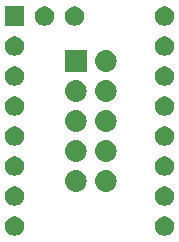
<source format=gts>
G04 #@! TF.GenerationSoftware,KiCad,Pcbnew,5.0.2+dfsg1-1*
G04 #@! TF.CreationDate,2021-08-07T23:43:54+09:00*
G04 #@! TF.ProjectId,tmc-hv-adapter,746d632d-6876-42d6-9164-61707465722e,rev?*
G04 #@! TF.SameCoordinates,Original*
G04 #@! TF.FileFunction,Soldermask,Top*
G04 #@! TF.FilePolarity,Negative*
%FSLAX46Y46*%
G04 Gerber Fmt 4.6, Leading zero omitted, Abs format (unit mm)*
G04 Created by KiCad (PCBNEW 5.0.2+dfsg1-1) date Sat 07 Aug 2021 11:43:54 PM JST*
%MOMM*%
%LPD*%
G01*
G04 APERTURE LIST*
%ADD10C,0.100000*%
G04 APERTURE END LIST*
D10*
G36*
X159892143Y-85578242D02*
X160040103Y-85639530D01*
X160173259Y-85728502D01*
X160286499Y-85841742D01*
X160375471Y-85974898D01*
X160436759Y-86122858D01*
X160468001Y-86279925D01*
X160468001Y-86440075D01*
X160436759Y-86597142D01*
X160375471Y-86745102D01*
X160286499Y-86878258D01*
X160173259Y-86991498D01*
X160040103Y-87080470D01*
X159892143Y-87141758D01*
X159735076Y-87173000D01*
X159574926Y-87173000D01*
X159417859Y-87141758D01*
X159269899Y-87080470D01*
X159136743Y-86991498D01*
X159023503Y-86878258D01*
X158934531Y-86745102D01*
X158873243Y-86597142D01*
X158842001Y-86440075D01*
X158842001Y-86279925D01*
X158873243Y-86122858D01*
X158934531Y-85974898D01*
X159023503Y-85841742D01*
X159136743Y-85728502D01*
X159269899Y-85639530D01*
X159417859Y-85578242D01*
X159574926Y-85547000D01*
X159735076Y-85547000D01*
X159892143Y-85578242D01*
X159892143Y-85578242D01*
G37*
G36*
X147192143Y-85578242D02*
X147340103Y-85639530D01*
X147473259Y-85728502D01*
X147586499Y-85841742D01*
X147675471Y-85974898D01*
X147736759Y-86122858D01*
X147768001Y-86279925D01*
X147768001Y-86440075D01*
X147736759Y-86597142D01*
X147675471Y-86745102D01*
X147586499Y-86878258D01*
X147473259Y-86991498D01*
X147340103Y-87080470D01*
X147192143Y-87141758D01*
X147035076Y-87173000D01*
X146874926Y-87173000D01*
X146717859Y-87141758D01*
X146569899Y-87080470D01*
X146436743Y-86991498D01*
X146323503Y-86878258D01*
X146234531Y-86745102D01*
X146173243Y-86597142D01*
X146142001Y-86440075D01*
X146142001Y-86279925D01*
X146173243Y-86122858D01*
X146234531Y-85974898D01*
X146323503Y-85841742D01*
X146436743Y-85728502D01*
X146569899Y-85639530D01*
X146717859Y-85578242D01*
X146874926Y-85547000D01*
X147035076Y-85547000D01*
X147192143Y-85578242D01*
X147192143Y-85578242D01*
G37*
G36*
X159892143Y-83038242D02*
X160040103Y-83099530D01*
X160173259Y-83188502D01*
X160286499Y-83301742D01*
X160375471Y-83434898D01*
X160436759Y-83582858D01*
X160468001Y-83739925D01*
X160468001Y-83900075D01*
X160436759Y-84057142D01*
X160375471Y-84205102D01*
X160286499Y-84338258D01*
X160173259Y-84451498D01*
X160040103Y-84540470D01*
X159892143Y-84601758D01*
X159735076Y-84633000D01*
X159574926Y-84633000D01*
X159417859Y-84601758D01*
X159269899Y-84540470D01*
X159136743Y-84451498D01*
X159023503Y-84338258D01*
X158934531Y-84205102D01*
X158873243Y-84057142D01*
X158842001Y-83900075D01*
X158842001Y-83739925D01*
X158873243Y-83582858D01*
X158934531Y-83434898D01*
X159023503Y-83301742D01*
X159136743Y-83188502D01*
X159269899Y-83099530D01*
X159417859Y-83038242D01*
X159574926Y-83007000D01*
X159735076Y-83007000D01*
X159892143Y-83038242D01*
X159892143Y-83038242D01*
G37*
G36*
X147192143Y-83038242D02*
X147340103Y-83099530D01*
X147473259Y-83188502D01*
X147586499Y-83301742D01*
X147675471Y-83434898D01*
X147736759Y-83582858D01*
X147768001Y-83739925D01*
X147768001Y-83900075D01*
X147736759Y-84057142D01*
X147675471Y-84205102D01*
X147586499Y-84338258D01*
X147473259Y-84451498D01*
X147340103Y-84540470D01*
X147192143Y-84601758D01*
X147035076Y-84633000D01*
X146874926Y-84633000D01*
X146717859Y-84601758D01*
X146569899Y-84540470D01*
X146436743Y-84451498D01*
X146323503Y-84338258D01*
X146234531Y-84205102D01*
X146173243Y-84057142D01*
X146142001Y-83900075D01*
X146142001Y-83739925D01*
X146173243Y-83582858D01*
X146234531Y-83434898D01*
X146323503Y-83301742D01*
X146436743Y-83188502D01*
X146569899Y-83099530D01*
X146717859Y-83038242D01*
X146874926Y-83007000D01*
X147035076Y-83007000D01*
X147192143Y-83038242D01*
X147192143Y-83038242D01*
G37*
G36*
X152325294Y-81648633D02*
X152497694Y-81700931D01*
X152497696Y-81700932D01*
X152656583Y-81785859D01*
X152795849Y-81900151D01*
X152910141Y-82039417D01*
X152995068Y-82198304D01*
X152995069Y-82198306D01*
X153047367Y-82370706D01*
X153065025Y-82550000D01*
X153047367Y-82729294D01*
X152995069Y-82901694D01*
X152995068Y-82901696D01*
X152910141Y-83060583D01*
X152795849Y-83199849D01*
X152656583Y-83314141D01*
X152497696Y-83399068D01*
X152497694Y-83399069D01*
X152325294Y-83451367D01*
X152190931Y-83464600D01*
X152101069Y-83464600D01*
X151966706Y-83451367D01*
X151794306Y-83399069D01*
X151794304Y-83399068D01*
X151635417Y-83314141D01*
X151496151Y-83199849D01*
X151381859Y-83060583D01*
X151296932Y-82901696D01*
X151296931Y-82901694D01*
X151244633Y-82729294D01*
X151226975Y-82550000D01*
X151244633Y-82370706D01*
X151296931Y-82198306D01*
X151296932Y-82198304D01*
X151381859Y-82039417D01*
X151496151Y-81900151D01*
X151635417Y-81785859D01*
X151794304Y-81700932D01*
X151794306Y-81700931D01*
X151966706Y-81648633D01*
X152101069Y-81635400D01*
X152190931Y-81635400D01*
X152325294Y-81648633D01*
X152325294Y-81648633D01*
G37*
G36*
X154865294Y-81648633D02*
X155037694Y-81700931D01*
X155037696Y-81700932D01*
X155196583Y-81785859D01*
X155335849Y-81900151D01*
X155450141Y-82039417D01*
X155535068Y-82198304D01*
X155535069Y-82198306D01*
X155587367Y-82370706D01*
X155605025Y-82550000D01*
X155587367Y-82729294D01*
X155535069Y-82901694D01*
X155535068Y-82901696D01*
X155450141Y-83060583D01*
X155335849Y-83199849D01*
X155196583Y-83314141D01*
X155037696Y-83399068D01*
X155037694Y-83399069D01*
X154865294Y-83451367D01*
X154730931Y-83464600D01*
X154641069Y-83464600D01*
X154506706Y-83451367D01*
X154334306Y-83399069D01*
X154334304Y-83399068D01*
X154175417Y-83314141D01*
X154036151Y-83199849D01*
X153921859Y-83060583D01*
X153836932Y-82901696D01*
X153836931Y-82901694D01*
X153784633Y-82729294D01*
X153766975Y-82550000D01*
X153784633Y-82370706D01*
X153836931Y-82198306D01*
X153836932Y-82198304D01*
X153921859Y-82039417D01*
X154036151Y-81900151D01*
X154175417Y-81785859D01*
X154334304Y-81700932D01*
X154334306Y-81700931D01*
X154506706Y-81648633D01*
X154641069Y-81635400D01*
X154730931Y-81635400D01*
X154865294Y-81648633D01*
X154865294Y-81648633D01*
G37*
G36*
X147192143Y-80498242D02*
X147340103Y-80559530D01*
X147473259Y-80648502D01*
X147586499Y-80761742D01*
X147675471Y-80894898D01*
X147736759Y-81042858D01*
X147768001Y-81199925D01*
X147768001Y-81360075D01*
X147736759Y-81517142D01*
X147675471Y-81665102D01*
X147586499Y-81798258D01*
X147473259Y-81911498D01*
X147340103Y-82000470D01*
X147192143Y-82061758D01*
X147035076Y-82093000D01*
X146874926Y-82093000D01*
X146717859Y-82061758D01*
X146569899Y-82000470D01*
X146436743Y-81911498D01*
X146323503Y-81798258D01*
X146234531Y-81665102D01*
X146173243Y-81517142D01*
X146142001Y-81360075D01*
X146142001Y-81199925D01*
X146173243Y-81042858D01*
X146234531Y-80894898D01*
X146323503Y-80761742D01*
X146436743Y-80648502D01*
X146569899Y-80559530D01*
X146717859Y-80498242D01*
X146874926Y-80467000D01*
X147035076Y-80467000D01*
X147192143Y-80498242D01*
X147192143Y-80498242D01*
G37*
G36*
X159892143Y-80498242D02*
X160040103Y-80559530D01*
X160173259Y-80648502D01*
X160286499Y-80761742D01*
X160375471Y-80894898D01*
X160436759Y-81042858D01*
X160468001Y-81199925D01*
X160468001Y-81360075D01*
X160436759Y-81517142D01*
X160375471Y-81665102D01*
X160286499Y-81798258D01*
X160173259Y-81911498D01*
X160040103Y-82000470D01*
X159892143Y-82061758D01*
X159735076Y-82093000D01*
X159574926Y-82093000D01*
X159417859Y-82061758D01*
X159269899Y-82000470D01*
X159136743Y-81911498D01*
X159023503Y-81798258D01*
X158934531Y-81665102D01*
X158873243Y-81517142D01*
X158842001Y-81360075D01*
X158842001Y-81199925D01*
X158873243Y-81042858D01*
X158934531Y-80894898D01*
X159023503Y-80761742D01*
X159136743Y-80648502D01*
X159269899Y-80559530D01*
X159417859Y-80498242D01*
X159574926Y-80467000D01*
X159735076Y-80467000D01*
X159892143Y-80498242D01*
X159892143Y-80498242D01*
G37*
G36*
X154865294Y-79108633D02*
X155037694Y-79160931D01*
X155037696Y-79160932D01*
X155196583Y-79245859D01*
X155335849Y-79360151D01*
X155450141Y-79499417D01*
X155535068Y-79658304D01*
X155535069Y-79658306D01*
X155587367Y-79830706D01*
X155605025Y-80010000D01*
X155587367Y-80189294D01*
X155535069Y-80361694D01*
X155535068Y-80361696D01*
X155450141Y-80520583D01*
X155335849Y-80659849D01*
X155196583Y-80774141D01*
X155037696Y-80859068D01*
X155037694Y-80859069D01*
X154865294Y-80911367D01*
X154730931Y-80924600D01*
X154641069Y-80924600D01*
X154506706Y-80911367D01*
X154334306Y-80859069D01*
X154334304Y-80859068D01*
X154175417Y-80774141D01*
X154036151Y-80659849D01*
X153921859Y-80520583D01*
X153836932Y-80361696D01*
X153836931Y-80361694D01*
X153784633Y-80189294D01*
X153766975Y-80010000D01*
X153784633Y-79830706D01*
X153836931Y-79658306D01*
X153836932Y-79658304D01*
X153921859Y-79499417D01*
X154036151Y-79360151D01*
X154175417Y-79245859D01*
X154334304Y-79160932D01*
X154334306Y-79160931D01*
X154506706Y-79108633D01*
X154641069Y-79095400D01*
X154730931Y-79095400D01*
X154865294Y-79108633D01*
X154865294Y-79108633D01*
G37*
G36*
X152325294Y-79108633D02*
X152497694Y-79160931D01*
X152497696Y-79160932D01*
X152656583Y-79245859D01*
X152795849Y-79360151D01*
X152910141Y-79499417D01*
X152995068Y-79658304D01*
X152995069Y-79658306D01*
X153047367Y-79830706D01*
X153065025Y-80010000D01*
X153047367Y-80189294D01*
X152995069Y-80361694D01*
X152995068Y-80361696D01*
X152910141Y-80520583D01*
X152795849Y-80659849D01*
X152656583Y-80774141D01*
X152497696Y-80859068D01*
X152497694Y-80859069D01*
X152325294Y-80911367D01*
X152190931Y-80924600D01*
X152101069Y-80924600D01*
X151966706Y-80911367D01*
X151794306Y-80859069D01*
X151794304Y-80859068D01*
X151635417Y-80774141D01*
X151496151Y-80659849D01*
X151381859Y-80520583D01*
X151296932Y-80361696D01*
X151296931Y-80361694D01*
X151244633Y-80189294D01*
X151226975Y-80010000D01*
X151244633Y-79830706D01*
X151296931Y-79658306D01*
X151296932Y-79658304D01*
X151381859Y-79499417D01*
X151496151Y-79360151D01*
X151635417Y-79245859D01*
X151794304Y-79160932D01*
X151794306Y-79160931D01*
X151966706Y-79108633D01*
X152101069Y-79095400D01*
X152190931Y-79095400D01*
X152325294Y-79108633D01*
X152325294Y-79108633D01*
G37*
G36*
X147192143Y-77958242D02*
X147340103Y-78019530D01*
X147473259Y-78108502D01*
X147586499Y-78221742D01*
X147675471Y-78354898D01*
X147736759Y-78502858D01*
X147768001Y-78659925D01*
X147768001Y-78820075D01*
X147736759Y-78977142D01*
X147675471Y-79125102D01*
X147586499Y-79258258D01*
X147473259Y-79371498D01*
X147340103Y-79460470D01*
X147192143Y-79521758D01*
X147035076Y-79553000D01*
X146874926Y-79553000D01*
X146717859Y-79521758D01*
X146569899Y-79460470D01*
X146436743Y-79371498D01*
X146323503Y-79258258D01*
X146234531Y-79125102D01*
X146173243Y-78977142D01*
X146142001Y-78820075D01*
X146142001Y-78659925D01*
X146173243Y-78502858D01*
X146234531Y-78354898D01*
X146323503Y-78221742D01*
X146436743Y-78108502D01*
X146569899Y-78019530D01*
X146717859Y-77958242D01*
X146874926Y-77927000D01*
X147035076Y-77927000D01*
X147192143Y-77958242D01*
X147192143Y-77958242D01*
G37*
G36*
X159892143Y-77958242D02*
X160040103Y-78019530D01*
X160173259Y-78108502D01*
X160286499Y-78221742D01*
X160375471Y-78354898D01*
X160436759Y-78502858D01*
X160468001Y-78659925D01*
X160468001Y-78820075D01*
X160436759Y-78977142D01*
X160375471Y-79125102D01*
X160286499Y-79258258D01*
X160173259Y-79371498D01*
X160040103Y-79460470D01*
X159892143Y-79521758D01*
X159735076Y-79553000D01*
X159574926Y-79553000D01*
X159417859Y-79521758D01*
X159269899Y-79460470D01*
X159136743Y-79371498D01*
X159023503Y-79258258D01*
X158934531Y-79125102D01*
X158873243Y-78977142D01*
X158842001Y-78820075D01*
X158842001Y-78659925D01*
X158873243Y-78502858D01*
X158934531Y-78354898D01*
X159023503Y-78221742D01*
X159136743Y-78108502D01*
X159269899Y-78019530D01*
X159417859Y-77958242D01*
X159574926Y-77927000D01*
X159735076Y-77927000D01*
X159892143Y-77958242D01*
X159892143Y-77958242D01*
G37*
G36*
X152325294Y-76568633D02*
X152497694Y-76620931D01*
X152497696Y-76620932D01*
X152656583Y-76705859D01*
X152795849Y-76820151D01*
X152910141Y-76959417D01*
X152995068Y-77118304D01*
X152995069Y-77118306D01*
X153047367Y-77290706D01*
X153065025Y-77470000D01*
X153047367Y-77649294D01*
X152995069Y-77821694D01*
X152995068Y-77821696D01*
X152910141Y-77980583D01*
X152795849Y-78119849D01*
X152656583Y-78234141D01*
X152497696Y-78319068D01*
X152497694Y-78319069D01*
X152325294Y-78371367D01*
X152190931Y-78384600D01*
X152101069Y-78384600D01*
X151966706Y-78371367D01*
X151794306Y-78319069D01*
X151794304Y-78319068D01*
X151635417Y-78234141D01*
X151496151Y-78119849D01*
X151381859Y-77980583D01*
X151296932Y-77821696D01*
X151296931Y-77821694D01*
X151244633Y-77649294D01*
X151226975Y-77470000D01*
X151244633Y-77290706D01*
X151296931Y-77118306D01*
X151296932Y-77118304D01*
X151381859Y-76959417D01*
X151496151Y-76820151D01*
X151635417Y-76705859D01*
X151794304Y-76620932D01*
X151794306Y-76620931D01*
X151966706Y-76568633D01*
X152101069Y-76555400D01*
X152190931Y-76555400D01*
X152325294Y-76568633D01*
X152325294Y-76568633D01*
G37*
G36*
X154865294Y-76568633D02*
X155037694Y-76620931D01*
X155037696Y-76620932D01*
X155196583Y-76705859D01*
X155335849Y-76820151D01*
X155450141Y-76959417D01*
X155535068Y-77118304D01*
X155535069Y-77118306D01*
X155587367Y-77290706D01*
X155605025Y-77470000D01*
X155587367Y-77649294D01*
X155535069Y-77821694D01*
X155535068Y-77821696D01*
X155450141Y-77980583D01*
X155335849Y-78119849D01*
X155196583Y-78234141D01*
X155037696Y-78319068D01*
X155037694Y-78319069D01*
X154865294Y-78371367D01*
X154730931Y-78384600D01*
X154641069Y-78384600D01*
X154506706Y-78371367D01*
X154334306Y-78319069D01*
X154334304Y-78319068D01*
X154175417Y-78234141D01*
X154036151Y-78119849D01*
X153921859Y-77980583D01*
X153836932Y-77821696D01*
X153836931Y-77821694D01*
X153784633Y-77649294D01*
X153766975Y-77470000D01*
X153784633Y-77290706D01*
X153836931Y-77118306D01*
X153836932Y-77118304D01*
X153921859Y-76959417D01*
X154036151Y-76820151D01*
X154175417Y-76705859D01*
X154334304Y-76620932D01*
X154334306Y-76620931D01*
X154506706Y-76568633D01*
X154641069Y-76555400D01*
X154730931Y-76555400D01*
X154865294Y-76568633D01*
X154865294Y-76568633D01*
G37*
G36*
X159892143Y-75418242D02*
X160040103Y-75479530D01*
X160173259Y-75568502D01*
X160286499Y-75681742D01*
X160375471Y-75814898D01*
X160436759Y-75962858D01*
X160468001Y-76119925D01*
X160468001Y-76280075D01*
X160436759Y-76437142D01*
X160375471Y-76585102D01*
X160286499Y-76718258D01*
X160173259Y-76831498D01*
X160040103Y-76920470D01*
X159892143Y-76981758D01*
X159735076Y-77013000D01*
X159574926Y-77013000D01*
X159417859Y-76981758D01*
X159269899Y-76920470D01*
X159136743Y-76831498D01*
X159023503Y-76718258D01*
X158934531Y-76585102D01*
X158873243Y-76437142D01*
X158842001Y-76280075D01*
X158842001Y-76119925D01*
X158873243Y-75962858D01*
X158934531Y-75814898D01*
X159023503Y-75681742D01*
X159136743Y-75568502D01*
X159269899Y-75479530D01*
X159417859Y-75418242D01*
X159574926Y-75387000D01*
X159735076Y-75387000D01*
X159892143Y-75418242D01*
X159892143Y-75418242D01*
G37*
G36*
X147192143Y-75418242D02*
X147340103Y-75479530D01*
X147473259Y-75568502D01*
X147586499Y-75681742D01*
X147675471Y-75814898D01*
X147736759Y-75962858D01*
X147768001Y-76119925D01*
X147768001Y-76280075D01*
X147736759Y-76437142D01*
X147675471Y-76585102D01*
X147586499Y-76718258D01*
X147473259Y-76831498D01*
X147340103Y-76920470D01*
X147192143Y-76981758D01*
X147035076Y-77013000D01*
X146874926Y-77013000D01*
X146717859Y-76981758D01*
X146569899Y-76920470D01*
X146436743Y-76831498D01*
X146323503Y-76718258D01*
X146234531Y-76585102D01*
X146173243Y-76437142D01*
X146142001Y-76280075D01*
X146142001Y-76119925D01*
X146173243Y-75962858D01*
X146234531Y-75814898D01*
X146323503Y-75681742D01*
X146436743Y-75568502D01*
X146569899Y-75479530D01*
X146717859Y-75418242D01*
X146874926Y-75387000D01*
X147035076Y-75387000D01*
X147192143Y-75418242D01*
X147192143Y-75418242D01*
G37*
G36*
X152325294Y-74028633D02*
X152497694Y-74080931D01*
X152497696Y-74080932D01*
X152656583Y-74165859D01*
X152795849Y-74280151D01*
X152910141Y-74419417D01*
X152995068Y-74578304D01*
X152995069Y-74578306D01*
X153047367Y-74750706D01*
X153065025Y-74930000D01*
X153047367Y-75109294D01*
X152995069Y-75281694D01*
X152995068Y-75281696D01*
X152910141Y-75440583D01*
X152795849Y-75579849D01*
X152656583Y-75694141D01*
X152497696Y-75779068D01*
X152497694Y-75779069D01*
X152325294Y-75831367D01*
X152190931Y-75844600D01*
X152101069Y-75844600D01*
X151966706Y-75831367D01*
X151794306Y-75779069D01*
X151794304Y-75779068D01*
X151635417Y-75694141D01*
X151496151Y-75579849D01*
X151381859Y-75440583D01*
X151296932Y-75281696D01*
X151296931Y-75281694D01*
X151244633Y-75109294D01*
X151226975Y-74930000D01*
X151244633Y-74750706D01*
X151296931Y-74578306D01*
X151296932Y-74578304D01*
X151381859Y-74419417D01*
X151496151Y-74280151D01*
X151635417Y-74165859D01*
X151794304Y-74080932D01*
X151794306Y-74080931D01*
X151966706Y-74028633D01*
X152101069Y-74015400D01*
X152190931Y-74015400D01*
X152325294Y-74028633D01*
X152325294Y-74028633D01*
G37*
G36*
X154865294Y-74028633D02*
X155037694Y-74080931D01*
X155037696Y-74080932D01*
X155196583Y-74165859D01*
X155335849Y-74280151D01*
X155450141Y-74419417D01*
X155535068Y-74578304D01*
X155535069Y-74578306D01*
X155587367Y-74750706D01*
X155605025Y-74930000D01*
X155587367Y-75109294D01*
X155535069Y-75281694D01*
X155535068Y-75281696D01*
X155450141Y-75440583D01*
X155335849Y-75579849D01*
X155196583Y-75694141D01*
X155037696Y-75779068D01*
X155037694Y-75779069D01*
X154865294Y-75831367D01*
X154730931Y-75844600D01*
X154641069Y-75844600D01*
X154506706Y-75831367D01*
X154334306Y-75779069D01*
X154334304Y-75779068D01*
X154175417Y-75694141D01*
X154036151Y-75579849D01*
X153921859Y-75440583D01*
X153836932Y-75281696D01*
X153836931Y-75281694D01*
X153784633Y-75109294D01*
X153766975Y-74930000D01*
X153784633Y-74750706D01*
X153836931Y-74578306D01*
X153836932Y-74578304D01*
X153921859Y-74419417D01*
X154036151Y-74280151D01*
X154175417Y-74165859D01*
X154334304Y-74080932D01*
X154334306Y-74080931D01*
X154506706Y-74028633D01*
X154641069Y-74015400D01*
X154730931Y-74015400D01*
X154865294Y-74028633D01*
X154865294Y-74028633D01*
G37*
G36*
X147192143Y-72878242D02*
X147340103Y-72939530D01*
X147473259Y-73028502D01*
X147586499Y-73141742D01*
X147675471Y-73274898D01*
X147736759Y-73422858D01*
X147768001Y-73579925D01*
X147768001Y-73740075D01*
X147736759Y-73897142D01*
X147675471Y-74045102D01*
X147586499Y-74178258D01*
X147473259Y-74291498D01*
X147340103Y-74380470D01*
X147192143Y-74441758D01*
X147035076Y-74473000D01*
X146874926Y-74473000D01*
X146717859Y-74441758D01*
X146569899Y-74380470D01*
X146436743Y-74291498D01*
X146323503Y-74178258D01*
X146234531Y-74045102D01*
X146173243Y-73897142D01*
X146142001Y-73740075D01*
X146142001Y-73579925D01*
X146173243Y-73422858D01*
X146234531Y-73274898D01*
X146323503Y-73141742D01*
X146436743Y-73028502D01*
X146569899Y-72939530D01*
X146717859Y-72878242D01*
X146874926Y-72847000D01*
X147035076Y-72847000D01*
X147192143Y-72878242D01*
X147192143Y-72878242D01*
G37*
G36*
X159892143Y-72878242D02*
X160040103Y-72939530D01*
X160173259Y-73028502D01*
X160286499Y-73141742D01*
X160375471Y-73274898D01*
X160436759Y-73422858D01*
X160468001Y-73579925D01*
X160468001Y-73740075D01*
X160436759Y-73897142D01*
X160375471Y-74045102D01*
X160286499Y-74178258D01*
X160173259Y-74291498D01*
X160040103Y-74380470D01*
X159892143Y-74441758D01*
X159735076Y-74473000D01*
X159574926Y-74473000D01*
X159417859Y-74441758D01*
X159269899Y-74380470D01*
X159136743Y-74291498D01*
X159023503Y-74178258D01*
X158934531Y-74045102D01*
X158873243Y-73897142D01*
X158842001Y-73740075D01*
X158842001Y-73579925D01*
X158873243Y-73422858D01*
X158934531Y-73274898D01*
X159023503Y-73141742D01*
X159136743Y-73028502D01*
X159269899Y-72939530D01*
X159417859Y-72878242D01*
X159574926Y-72847000D01*
X159735076Y-72847000D01*
X159892143Y-72878242D01*
X159892143Y-72878242D01*
G37*
G36*
X153060600Y-73304600D02*
X151231400Y-73304600D01*
X151231400Y-71475400D01*
X153060600Y-71475400D01*
X153060600Y-73304600D01*
X153060600Y-73304600D01*
G37*
G36*
X154865294Y-71488633D02*
X155037694Y-71540931D01*
X155037696Y-71540932D01*
X155196583Y-71625859D01*
X155335849Y-71740151D01*
X155450141Y-71879417D01*
X155535068Y-72038304D01*
X155535069Y-72038306D01*
X155587367Y-72210706D01*
X155605025Y-72390000D01*
X155587367Y-72569294D01*
X155535069Y-72741694D01*
X155535068Y-72741696D01*
X155450141Y-72900583D01*
X155335849Y-73039849D01*
X155196583Y-73154141D01*
X155037696Y-73239068D01*
X155037694Y-73239069D01*
X154865294Y-73291367D01*
X154730931Y-73304600D01*
X154641069Y-73304600D01*
X154506706Y-73291367D01*
X154334306Y-73239069D01*
X154334304Y-73239068D01*
X154175417Y-73154141D01*
X154036151Y-73039849D01*
X153921859Y-72900583D01*
X153836932Y-72741696D01*
X153836931Y-72741694D01*
X153784633Y-72569294D01*
X153766975Y-72390000D01*
X153784633Y-72210706D01*
X153836931Y-72038306D01*
X153836932Y-72038304D01*
X153921859Y-71879417D01*
X154036151Y-71740151D01*
X154175417Y-71625859D01*
X154334304Y-71540932D01*
X154334306Y-71540931D01*
X154506706Y-71488633D01*
X154641069Y-71475400D01*
X154730931Y-71475400D01*
X154865294Y-71488633D01*
X154865294Y-71488633D01*
G37*
G36*
X147192143Y-70338242D02*
X147340103Y-70399530D01*
X147473259Y-70488502D01*
X147586499Y-70601742D01*
X147675471Y-70734898D01*
X147736759Y-70882858D01*
X147768001Y-71039925D01*
X147768001Y-71200075D01*
X147736759Y-71357142D01*
X147675471Y-71505102D01*
X147586499Y-71638258D01*
X147473259Y-71751498D01*
X147340103Y-71840470D01*
X147192143Y-71901758D01*
X147035076Y-71933000D01*
X146874926Y-71933000D01*
X146717859Y-71901758D01*
X146569899Y-71840470D01*
X146436743Y-71751498D01*
X146323503Y-71638258D01*
X146234531Y-71505102D01*
X146173243Y-71357142D01*
X146142001Y-71200075D01*
X146142001Y-71039925D01*
X146173243Y-70882858D01*
X146234531Y-70734898D01*
X146323503Y-70601742D01*
X146436743Y-70488502D01*
X146569899Y-70399530D01*
X146717859Y-70338242D01*
X146874926Y-70307000D01*
X147035076Y-70307000D01*
X147192143Y-70338242D01*
X147192143Y-70338242D01*
G37*
G36*
X159892143Y-70338242D02*
X160040103Y-70399530D01*
X160173259Y-70488502D01*
X160286499Y-70601742D01*
X160375471Y-70734898D01*
X160436759Y-70882858D01*
X160468001Y-71039925D01*
X160468001Y-71200075D01*
X160436759Y-71357142D01*
X160375471Y-71505102D01*
X160286499Y-71638258D01*
X160173259Y-71751498D01*
X160040103Y-71840470D01*
X159892143Y-71901758D01*
X159735076Y-71933000D01*
X159574926Y-71933000D01*
X159417859Y-71901758D01*
X159269899Y-71840470D01*
X159136743Y-71751498D01*
X159023503Y-71638258D01*
X158934531Y-71505102D01*
X158873243Y-71357142D01*
X158842001Y-71200075D01*
X158842001Y-71039925D01*
X158873243Y-70882858D01*
X158934531Y-70734898D01*
X159023503Y-70601742D01*
X159136743Y-70488502D01*
X159269899Y-70399530D01*
X159417859Y-70338242D01*
X159574926Y-70307000D01*
X159735076Y-70307000D01*
X159892143Y-70338242D01*
X159892143Y-70338242D01*
G37*
G36*
X147768001Y-69393000D02*
X146142001Y-69393000D01*
X146142001Y-67767000D01*
X147768001Y-67767000D01*
X147768001Y-69393000D01*
X147768001Y-69393000D01*
G37*
G36*
X149732143Y-67798242D02*
X149880103Y-67859530D01*
X150013259Y-67948502D01*
X150126499Y-68061742D01*
X150215471Y-68194898D01*
X150276759Y-68342858D01*
X150308001Y-68499925D01*
X150308001Y-68660075D01*
X150276759Y-68817142D01*
X150215471Y-68965102D01*
X150126499Y-69098258D01*
X150013259Y-69211498D01*
X149880103Y-69300470D01*
X149732143Y-69361758D01*
X149575076Y-69393000D01*
X149414926Y-69393000D01*
X149257859Y-69361758D01*
X149109899Y-69300470D01*
X148976743Y-69211498D01*
X148863503Y-69098258D01*
X148774531Y-68965102D01*
X148713243Y-68817142D01*
X148682001Y-68660075D01*
X148682001Y-68499925D01*
X148713243Y-68342858D01*
X148774531Y-68194898D01*
X148863503Y-68061742D01*
X148976743Y-67948502D01*
X149109899Y-67859530D01*
X149257859Y-67798242D01*
X149414926Y-67767000D01*
X149575076Y-67767000D01*
X149732143Y-67798242D01*
X149732143Y-67798242D01*
G37*
G36*
X152272143Y-67798242D02*
X152420103Y-67859530D01*
X152553259Y-67948502D01*
X152666499Y-68061742D01*
X152755471Y-68194898D01*
X152816759Y-68342858D01*
X152848001Y-68499925D01*
X152848001Y-68660075D01*
X152816759Y-68817142D01*
X152755471Y-68965102D01*
X152666499Y-69098258D01*
X152553259Y-69211498D01*
X152420103Y-69300470D01*
X152272143Y-69361758D01*
X152115076Y-69393000D01*
X151954926Y-69393000D01*
X151797859Y-69361758D01*
X151649899Y-69300470D01*
X151516743Y-69211498D01*
X151403503Y-69098258D01*
X151314531Y-68965102D01*
X151253243Y-68817142D01*
X151222001Y-68660075D01*
X151222001Y-68499925D01*
X151253243Y-68342858D01*
X151314531Y-68194898D01*
X151403503Y-68061742D01*
X151516743Y-67948502D01*
X151649899Y-67859530D01*
X151797859Y-67798242D01*
X151954926Y-67767000D01*
X152115076Y-67767000D01*
X152272143Y-67798242D01*
X152272143Y-67798242D01*
G37*
G36*
X159892143Y-67798242D02*
X160040103Y-67859530D01*
X160173259Y-67948502D01*
X160286499Y-68061742D01*
X160375471Y-68194898D01*
X160436759Y-68342858D01*
X160468001Y-68499925D01*
X160468001Y-68660075D01*
X160436759Y-68817142D01*
X160375471Y-68965102D01*
X160286499Y-69098258D01*
X160173259Y-69211498D01*
X160040103Y-69300470D01*
X159892143Y-69361758D01*
X159735076Y-69393000D01*
X159574926Y-69393000D01*
X159417859Y-69361758D01*
X159269899Y-69300470D01*
X159136743Y-69211498D01*
X159023503Y-69098258D01*
X158934531Y-68965102D01*
X158873243Y-68817142D01*
X158842001Y-68660075D01*
X158842001Y-68499925D01*
X158873243Y-68342858D01*
X158934531Y-68194898D01*
X159023503Y-68061742D01*
X159136743Y-67948502D01*
X159269899Y-67859530D01*
X159417859Y-67798242D01*
X159574926Y-67767000D01*
X159735076Y-67767000D01*
X159892143Y-67798242D01*
X159892143Y-67798242D01*
G37*
M02*

</source>
